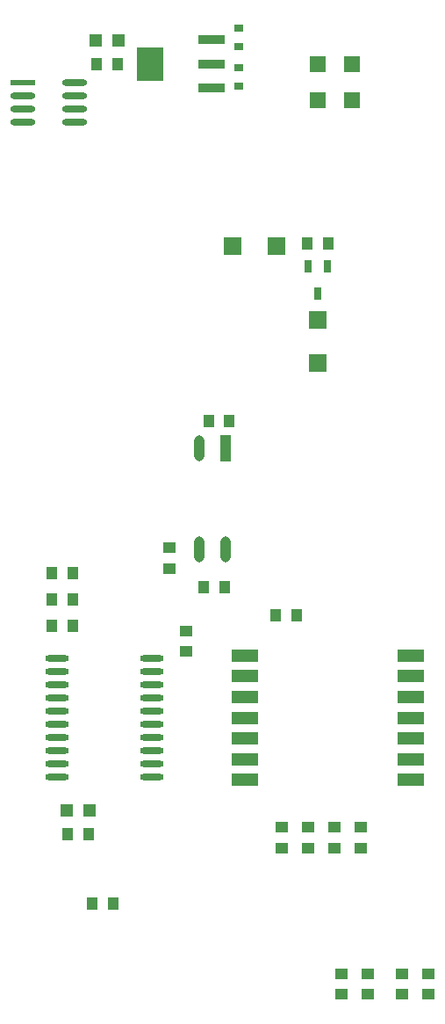
<source format=gtp>
%FSTAX24Y24*%
%MOIN*%
G70*
G01*
G75*
G04 Layer_Color=8421504*
%ADD10O,0.0394X0.0984*%
%ADD11R,0.0394X0.0984*%
%ADD12R,0.0394X0.0512*%
%ADD13R,0.0709X0.0709*%
%ADD14R,0.0472X0.0512*%
%ADD15R,0.1004X0.0374*%
%ADD16R,0.1004X0.1299*%
%ADD17O,0.0945X0.0236*%
%ADD18R,0.0945X0.0236*%
%ADD19R,0.0512X0.0394*%
%ADD20R,0.0630X0.0630*%
%ADD21R,0.0374X0.0315*%
%ADD22R,0.0984X0.0512*%
%ADD23O,0.0906X0.0236*%
%ADD24R,0.0709X0.0709*%
%ADD25R,0.0256X0.0472*%
%ADD26C,0.0100*%
%ADD27C,0.0300*%
%ADD28C,0.0250*%
%ADD29C,0.0400*%
%ADD30C,0.0600*%
%ADD31C,0.0200*%
%ADD32C,0.0080*%
%ADD33C,0.0060*%
%ADD34C,0.2756*%
%ADD35C,0.0709*%
%ADD36C,0.0984*%
%ADD37R,0.0984X0.0984*%
G04:AMPARAMS|DCode=38|XSize=37.4mil|YSize=57.1mil|CornerRadius=0mil|HoleSize=0mil|Usage=FLASHONLY|Rotation=345.000|XOffset=0mil|YOffset=0mil|HoleType=Round|Shape=Round|*
%AMOVALD38*
21,1,0.0197,0.0374,0.0000,0.0000,75.0*
1,1,0.0374,-0.0025,-0.0095*
1,1,0.0374,0.0025,0.0095*
%
%ADD38OVALD38*%

G04:AMPARAMS|DCode=39|XSize=37.4mil|YSize=57.1mil|CornerRadius=0mil|HoleSize=0mil|Usage=FLASHONLY|Rotation=10.000|XOffset=0mil|YOffset=0mil|HoleType=Round|Shape=Round|*
%AMOVALD39*
21,1,0.0197,0.0374,0.0000,0.0000,100.0*
1,1,0.0374,0.0017,-0.0097*
1,1,0.0374,-0.0017,0.0097*
%
%ADD39OVALD39*%

%ADD40R,0.0591X0.0591*%
%ADD41C,0.0591*%
%ADD42R,0.0591X0.0591*%
%ADD43C,0.1800*%
%ADD44C,0.0320*%
%ADD45C,0.0500*%
%ADD46C,0.0098*%
%ADD47C,0.0079*%
%ADD48C,0.0236*%
%ADD49C,0.0040*%
%ADD50C,0.0030*%
G04:AMPARAMS|DCode=51|XSize=165.4mil|YSize=0mil|CornerRadius=0mil|HoleSize=0mil|Usage=FLASHONLY|Rotation=345.000|XOffset=0mil|YOffset=0mil|HoleType=Round|Shape=Rectangle|*
%AMROTATEDRECTD51*
4,1,4,-0.0799,0.0214,-0.0799,0.0214,0.0799,-0.0214,0.0799,-0.0214,-0.0799,0.0214,0.0*
%
%ADD51ROTATEDRECTD51*%

G04:AMPARAMS|DCode=52|XSize=173.2mil|YSize=15.7mil|CornerRadius=0mil|HoleSize=0mil|Usage=FLASHONLY|Rotation=345.000|XOffset=0mil|YOffset=0mil|HoleType=Round|Shape=Rectangle|*
%AMROTATEDRECTD52*
4,1,4,-0.0857,0.0148,-0.0816,0.0300,0.0857,-0.0148,0.0816,-0.0300,-0.0857,0.0148,0.0*
%
%ADD52ROTATEDRECTD52*%

G04:AMPARAMS|DCode=53|XSize=165.4mil|YSize=0mil|CornerRadius=0mil|HoleSize=0mil|Usage=FLASHONLY|Rotation=10.000|XOffset=0mil|YOffset=0mil|HoleType=Round|Shape=Rectangle|*
%AMROTATEDRECTD53*
4,1,4,-0.0814,-0.0144,-0.0814,-0.0144,0.0814,0.0144,0.0814,0.0144,-0.0814,-0.0144,0.0*
%
%ADD53ROTATEDRECTD53*%

G04:AMPARAMS|DCode=54|XSize=173.2mil|YSize=15.7mil|CornerRadius=0mil|HoleSize=0mil|Usage=FLASHONLY|Rotation=10.000|XOffset=0mil|YOffset=0mil|HoleType=Round|Shape=Rectangle|*
%AMROTATEDRECTD54*
4,1,4,-0.0839,-0.0228,-0.0867,-0.0073,0.0839,0.0228,0.0867,0.0073,-0.0839,-0.0228,0.0*
%
%ADD54ROTATEDRECTD54*%

D10*
X193702Y153491D02*
D03*
X192718D02*
D03*
X192698Y157309D02*
D03*
D11*
X193702Y157309D02*
D03*
D12*
X193069Y158366D02*
D03*
X193857D02*
D03*
X196394Y151D02*
D03*
X195606D02*
D03*
X187706Y1427D02*
D03*
X188494D02*
D03*
X189594Y1719D02*
D03*
X188806D02*
D03*
X187106Y1506D02*
D03*
X187894D02*
D03*
X187106Y1516D02*
D03*
X187894D02*
D03*
Y1526D02*
D03*
X187106D02*
D03*
X197594Y1651D02*
D03*
X196806D02*
D03*
X189434Y14006D02*
D03*
X188646D02*
D03*
X192872Y152067D02*
D03*
X19366D02*
D03*
D13*
X19399Y165D02*
D03*
X195644D02*
D03*
D14*
X188527Y1436D02*
D03*
X187661D02*
D03*
X188773Y1728D02*
D03*
X189639D02*
D03*
D15*
X193171Y170994D02*
D03*
Y1719D02*
D03*
Y172806D02*
D03*
D16*
X190829Y1719D02*
D03*
D17*
X187984Y16969D02*
D03*
Y17019D02*
D03*
Y17069D02*
D03*
Y17119D02*
D03*
X186016Y16969D02*
D03*
Y17019D02*
D03*
Y17069D02*
D03*
D18*
Y17119D02*
D03*
D19*
X1991Y136606D02*
D03*
Y137394D02*
D03*
X2014Y136606D02*
D03*
Y137394D02*
D03*
X1981D02*
D03*
Y136606D02*
D03*
X2004Y137394D02*
D03*
Y136606D02*
D03*
X1922Y150394D02*
D03*
Y149606D02*
D03*
X19159Y152766D02*
D03*
Y153554D02*
D03*
X19585Y142156D02*
D03*
Y142944D02*
D03*
X19685Y142156D02*
D03*
Y142944D02*
D03*
X19785Y142156D02*
D03*
Y142944D02*
D03*
X19885Y142156D02*
D03*
Y142944D02*
D03*
D20*
X1972Y171869D02*
D03*
Y170531D02*
D03*
X1985Y170531D02*
D03*
Y171869D02*
D03*
D21*
X1942Y171754D02*
D03*
Y171046D02*
D03*
Y173254D02*
D03*
Y172546D02*
D03*
D22*
X19445Y149462D02*
D03*
Y148675D02*
D03*
Y147887D02*
D03*
Y1471D02*
D03*
Y146313D02*
D03*
Y145525D02*
D03*
Y144738D02*
D03*
X20075Y149462D02*
D03*
Y148675D02*
D03*
Y147887D02*
D03*
Y1471D02*
D03*
Y146313D02*
D03*
Y145525D02*
D03*
Y144738D02*
D03*
D23*
X190891Y14485D02*
D03*
Y14535D02*
D03*
Y14585D02*
D03*
Y14635D02*
D03*
Y14685D02*
D03*
Y14735D02*
D03*
Y14785D02*
D03*
Y14835D02*
D03*
Y14885D02*
D03*
Y14935D02*
D03*
X187309Y14485D02*
D03*
Y14535D02*
D03*
Y14585D02*
D03*
Y14635D02*
D03*
Y14685D02*
D03*
Y14735D02*
D03*
Y14785D02*
D03*
Y14835D02*
D03*
Y14885D02*
D03*
Y14935D02*
D03*
D24*
X1972Y160546D02*
D03*
Y1622D02*
D03*
D25*
Y163178D02*
D03*
X197574Y164222D02*
D03*
X196826D02*
D03*
M02*

</source>
